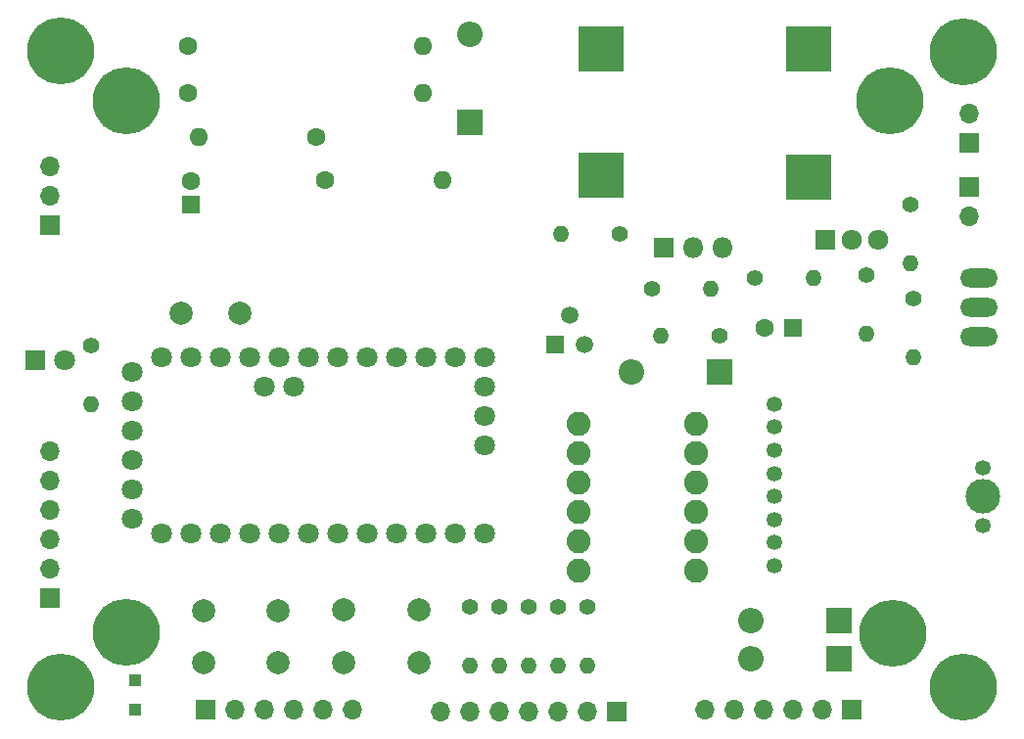
<source format=gbr>
%TF.GenerationSoftware,KiCad,Pcbnew,6.0.11-2627ca5db0~126~ubuntu22.04.1*%
%TF.CreationDate,2023-07-24T14:34:05+02:00*%
%TF.ProjectId,HB-UNI-SenAct-4-4-SC_DS_FUEL4EP_PCB,48422d55-4e49-42d5-9365-6e4163742d34,1.5*%
%TF.SameCoordinates,Original*%
%TF.FileFunction,Soldermask,Bot*%
%TF.FilePolarity,Negative*%
%FSLAX46Y46*%
G04 Gerber Fmt 4.6, Leading zero omitted, Abs format (unit mm)*
G04 Created by KiCad (PCBNEW 6.0.11-2627ca5db0~126~ubuntu22.04.1) date 2023-07-24 14:34:05*
%MOMM*%
%LPD*%
G01*
G04 APERTURE LIST*
%ADD10C,2.000000*%
%ADD11R,1.600000X1.600000*%
%ADD12C,1.600000*%
%ADD13R,1.800000X1.800000*%
%ADD14C,1.800000*%
%ADD15R,2.200000X2.200000*%
%ADD16O,2.200000X2.200000*%
%ADD17C,5.800000*%
%ADD18R,1.700000X1.700000*%
%ADD19O,1.700000X1.700000*%
%ADD20C,1.350000*%
%ADD21C,3.000000*%
%ADD22R,1.717500X1.800000*%
%ADD23O,1.717500X1.800000*%
%ADD24R,1.498600X1.498600*%
%ADD25C,1.498600*%
%ADD26C,1.400000*%
%ADD27O,1.400000X1.400000*%
%ADD28O,1.600000X1.600000*%
%ADD29O,3.251200X1.625600*%
%ADD30O,1.800000X1.800000*%
%ADD31C,2.082800*%
%ADD32R,1.000000X1.000000*%
%ADD33R,4.000000X4.000000*%
G04 APERTURE END LIST*
D10*
%TO.C,C4*%
X19431000Y-26670000D03*
X14431000Y-26670000D03*
%TD*%
D11*
%TO.C,C5*%
X15240000Y-17240000D03*
D12*
X15240000Y-15240000D03*
%TD*%
D13*
%TO.C,D1*%
X1738000Y-30734000D03*
D14*
X4278000Y-30734000D03*
%TD*%
D15*
%TO.C,D2*%
X60960000Y-31750000D03*
D16*
X53340000Y-31750000D03*
%TD*%
D15*
%TO.C,D3*%
X71247000Y-53213000D03*
D16*
X63627000Y-53213000D03*
%TD*%
D15*
%TO.C,D6*%
X71247000Y-56515000D03*
D16*
X63627000Y-56515000D03*
%TD*%
D15*
%TO.C,D11*%
X39370000Y-10160000D03*
D16*
X39370000Y-2540000D03*
%TD*%
D17*
%TO.C,H1*%
X75697000Y-8261000D03*
%TD*%
%TO.C,H3*%
X9657000Y-54235000D03*
%TD*%
%TO.C,H4*%
X75951000Y-54362000D03*
%TD*%
D18*
%TO.C,J2*%
X16510000Y-60960000D03*
D19*
X19050000Y-60960000D03*
X21590000Y-60960000D03*
X24130000Y-60960000D03*
X26670000Y-60960000D03*
X29210000Y-60960000D03*
%TD*%
D18*
%TO.C,J4*%
X52070000Y-61093000D03*
D19*
X49530000Y-61093000D03*
X46990000Y-61093000D03*
X44450000Y-61093000D03*
X41910000Y-61093000D03*
X39370000Y-61093000D03*
X36830000Y-61093000D03*
%TD*%
D18*
%TO.C,J5*%
X3048000Y-51308000D03*
D19*
X3048000Y-48768000D03*
X3048000Y-46228000D03*
X3048000Y-43688000D03*
X3048000Y-41148000D03*
X3048000Y-38608000D03*
%TD*%
D18*
%TO.C,J6*%
X82550000Y-11938000D03*
D19*
X82550000Y-9398000D03*
%TD*%
D18*
%TO.C,J10*%
X3048000Y-19050000D03*
D19*
X3048000Y-16510000D03*
X3048000Y-13970000D03*
%TD*%
D20*
%TO.C,Module2*%
X83735000Y-39980000D03*
X65735000Y-34480000D03*
D21*
X83735000Y-42480000D03*
D20*
X65735000Y-36480000D03*
X83735000Y-44980000D03*
X65735000Y-38480000D03*
X65735000Y-40480000D03*
X65735000Y-42480000D03*
X65735000Y-44480000D03*
X65735000Y-46480000D03*
X65735000Y-48480000D03*
%TD*%
D22*
%TO.C,Q1*%
X70093000Y-20320000D03*
D23*
X72383000Y-20320000D03*
X74673000Y-20320000D03*
%TD*%
D24*
%TO.C,Q5*%
X46736000Y-29337000D03*
D25*
X48006000Y-26797000D03*
X49276000Y-29337000D03*
%TD*%
D26*
%TO.C,R1*%
X6604000Y-29464000D03*
D27*
X6604000Y-34544000D03*
%TD*%
D12*
%TO.C,R2*%
X26035000Y-11430000D03*
D28*
X15875000Y-11430000D03*
%TD*%
D26*
%TO.C,R13*%
X52324000Y-19812000D03*
D27*
X47244000Y-19812000D03*
%TD*%
D26*
%TO.C,R14*%
X55118000Y-24511000D03*
D27*
X60198000Y-24511000D03*
%TD*%
D26*
%TO.C,R17*%
X60960000Y-28575000D03*
D27*
X55880000Y-28575000D03*
%TD*%
D12*
%TO.C,R22*%
X14986000Y-7620000D03*
D28*
X35306000Y-7620000D03*
%TD*%
D10*
%TO.C,SW1*%
X16308000Y-56860000D03*
X22808000Y-56860000D03*
X16308000Y-52360000D03*
X22808000Y-52360000D03*
%TD*%
D17*
%TO.C,H2*%
X9657000Y-8261000D03*
%TD*%
D14*
%TO.C,Module1*%
X12700000Y-30480000D03*
X40640000Y-38100000D03*
X12700000Y-45720000D03*
X10160000Y-44450000D03*
X21590000Y-33020000D03*
X15240000Y-30480000D03*
X40640000Y-35560000D03*
X15240000Y-45720000D03*
X10160000Y-41910000D03*
X24130000Y-33020000D03*
X17780000Y-30480000D03*
X40640000Y-33020000D03*
X17780000Y-45720000D03*
X10160000Y-39370000D03*
X20320000Y-30480000D03*
X20320000Y-45720000D03*
X10160000Y-36830000D03*
X22860000Y-30480000D03*
X22860000Y-45720000D03*
X10160000Y-34290000D03*
X25400000Y-30480000D03*
X25400000Y-45720000D03*
X10160000Y-31750000D03*
X27940000Y-30480000D03*
X27940000Y-45720000D03*
X30480000Y-30480000D03*
X30480000Y-45720000D03*
X33020000Y-30480000D03*
X33020000Y-45720000D03*
X35560000Y-30480000D03*
X35560000Y-45720000D03*
X38100000Y-30480000D03*
X38100000Y-45720000D03*
X40640000Y-30480000D03*
X40640000Y-45720000D03*
%TD*%
D26*
%TO.C,R3*%
X64008000Y-23622000D03*
D27*
X69088000Y-23622000D03*
%TD*%
D18*
%TO.C,J1*%
X82550000Y-15718000D03*
D19*
X82550000Y-18258000D03*
%TD*%
D29*
%TO.C,Q4*%
X83398000Y-28702000D03*
X83398000Y-26162000D03*
X83398000Y-23622000D03*
%TD*%
D26*
%TO.C,R5*%
X41910000Y-52070000D03*
D27*
X41910000Y-57150000D03*
%TD*%
D26*
%TO.C,R6*%
X44450000Y-52070000D03*
D27*
X44450000Y-57150000D03*
%TD*%
D26*
%TO.C,R7*%
X46990000Y-52070000D03*
D27*
X46990000Y-57150000D03*
%TD*%
D26*
%TO.C,R8*%
X49530000Y-52070000D03*
D27*
X49530000Y-57150000D03*
%TD*%
D26*
%TO.C,R9*%
X77724000Y-25400000D03*
D27*
X77724000Y-30480000D03*
%TD*%
D26*
%TO.C,R10*%
X77470000Y-17272000D03*
D27*
X77470000Y-22352000D03*
%TD*%
D26*
%TO.C,R11*%
X39370000Y-52070000D03*
D27*
X39370000Y-57150000D03*
%TD*%
D17*
%TO.C,H5*%
X4000000Y-3980000D03*
%TD*%
%TO.C,H7*%
X4000000Y-59000000D03*
%TD*%
%TO.C,H8*%
X82000000Y-59000000D03*
%TD*%
D11*
%TO.C,C1*%
X67310000Y-27940000D03*
D12*
X64810000Y-27940000D03*
%TD*%
D17*
%TO.C,H6*%
X82000000Y-4000000D03*
%TD*%
D18*
%TO.C,J3*%
X72390000Y-60960000D03*
D19*
X69850000Y-60960000D03*
X67310000Y-60960000D03*
X64770000Y-60960000D03*
X62230000Y-60960000D03*
X59690000Y-60960000D03*
%TD*%
D13*
%TO.C,Q2*%
X56134000Y-20949000D03*
D30*
X58674000Y-20949000D03*
X61214000Y-20949000D03*
%TD*%
D31*
%TO.C,Module3*%
X58917000Y-41281000D03*
X48757000Y-41281000D03*
X48757000Y-43821000D03*
X48757000Y-48901000D03*
X48757000Y-46361000D03*
X48757000Y-38741000D03*
X48757000Y-36201000D03*
X58917000Y-43821000D03*
X58917000Y-48901000D03*
X58917000Y-46361000D03*
X58917000Y-38741000D03*
X58917000Y-36201000D03*
%TD*%
D32*
%TO.C,J7*%
X10414000Y-60960000D03*
%TD*%
D12*
%TO.C,R4*%
X26860500Y-15138400D03*
D28*
X37020500Y-15138400D03*
%TD*%
D10*
%TO.C,SW2*%
X28448000Y-52324000D03*
X34948000Y-52324000D03*
X28448000Y-56824000D03*
X34948000Y-56824000D03*
%TD*%
D33*
%TO.C,Module4*%
X68650000Y-3810000D03*
X50730000Y-3810000D03*
X68650000Y-14830000D03*
X50730000Y-14730000D03*
%TD*%
D12*
%TO.C,R15*%
X14986000Y-3556000D03*
D28*
X35306000Y-3556000D03*
%TD*%
D32*
%TO.C,J8*%
X10414000Y-58420000D03*
%TD*%
D26*
%TO.C,R12*%
X73660000Y-23368000D03*
D27*
X73660000Y-28448000D03*
%TD*%
M02*

</source>
